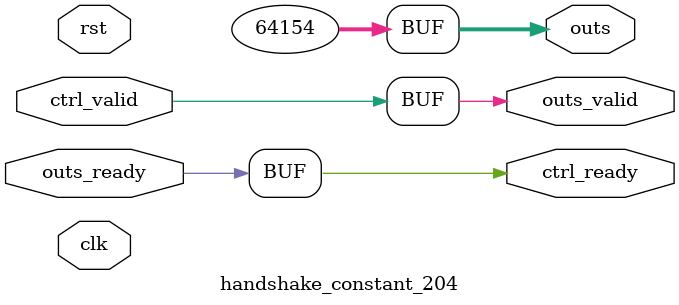
<source format=v>
`timescale 1ns / 1ps
module handshake_constant_204 #(
  parameter DATA_WIDTH = 32  // Default set to 32 bits
) (
  input                       clk,
  input                       rst,
  // Input Channel
  input                       ctrl_valid,
  output                      ctrl_ready,
  // Output Channel
  output [DATA_WIDTH - 1 : 0] outs,
  output                      outs_valid,
  input                       outs_ready
);
  assign outs       = 17'b01111101010011010;
  assign outs_valid = ctrl_valid;
  assign ctrl_ready = outs_ready;

endmodule

</source>
